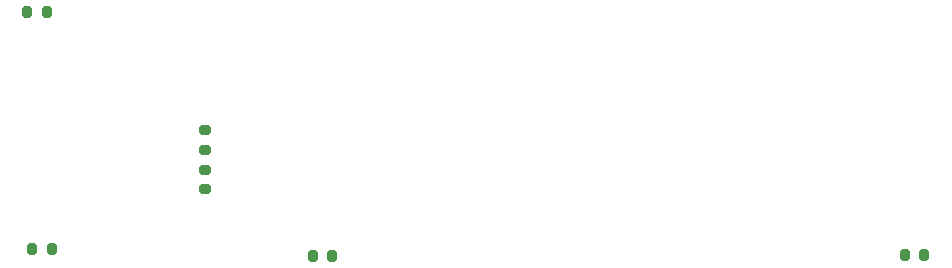
<source format=gtp>
%TF.GenerationSoftware,KiCad,Pcbnew,(6.0.0)*%
%TF.CreationDate,2022-03-13T17:57:59-04:00*%
%TF.ProjectId,jaguar spinner integrated pcb,6a616775-6172-4207-9370-696e6e657220,rev?*%
%TF.SameCoordinates,Original*%
%TF.FileFunction,Paste,Top*%
%TF.FilePolarity,Positive*%
%FSLAX46Y46*%
G04 Gerber Fmt 4.6, Leading zero omitted, Abs format (unit mm)*
G04 Created by KiCad (PCBNEW (6.0.0)) date 2022-03-13 17:57:59*
%MOMM*%
%LPD*%
G01*
G04 APERTURE LIST*
G04 Aperture macros list*
%AMRoundRect*
0 Rectangle with rounded corners*
0 $1 Rounding radius*
0 $2 $3 $4 $5 $6 $7 $8 $9 X,Y pos of 4 corners*
0 Add a 4 corners polygon primitive as box body*
4,1,4,$2,$3,$4,$5,$6,$7,$8,$9,$2,$3,0*
0 Add four circle primitives for the rounded corners*
1,1,$1+$1,$2,$3*
1,1,$1+$1,$4,$5*
1,1,$1+$1,$6,$7*
1,1,$1+$1,$8,$9*
0 Add four rect primitives between the rounded corners*
20,1,$1+$1,$2,$3,$4,$5,0*
20,1,$1+$1,$4,$5,$6,$7,0*
20,1,$1+$1,$6,$7,$8,$9,0*
20,1,$1+$1,$8,$9,$2,$3,0*%
G04 Aperture macros list end*
%ADD10RoundRect,0.200000X-0.200000X-0.275000X0.200000X-0.275000X0.200000X0.275000X-0.200000X0.275000X0*%
%ADD11RoundRect,0.200000X0.200000X0.275000X-0.200000X0.275000X-0.200000X-0.275000X0.200000X-0.275000X0*%
%ADD12RoundRect,0.200000X-0.275000X0.200000X-0.275000X-0.200000X0.275000X-0.200000X0.275000X0.200000X0*%
%ADD13RoundRect,0.200000X0.275000X-0.200000X0.275000X0.200000X-0.275000X0.200000X-0.275000X-0.200000X0*%
G04 APERTURE END LIST*
D10*
%TO.C,R1*%
X128283200Y-137058400D03*
X129933200Y-137058400D03*
%TD*%
D11*
%TO.C,R5*%
X106184200Y-136423400D03*
X104534200Y-136423400D03*
%TD*%
D10*
%TO.C,R2*%
X178422800Y-136956800D03*
X180072800Y-136956800D03*
%TD*%
D12*
%TO.C,R3*%
X119126000Y-126429000D03*
X119126000Y-128079000D03*
%TD*%
D13*
%TO.C,R4*%
X119126000Y-131406400D03*
X119126000Y-129756400D03*
%TD*%
D11*
%TO.C,R6*%
X105777800Y-116408200D03*
X104127800Y-116408200D03*
%TD*%
M02*

</source>
